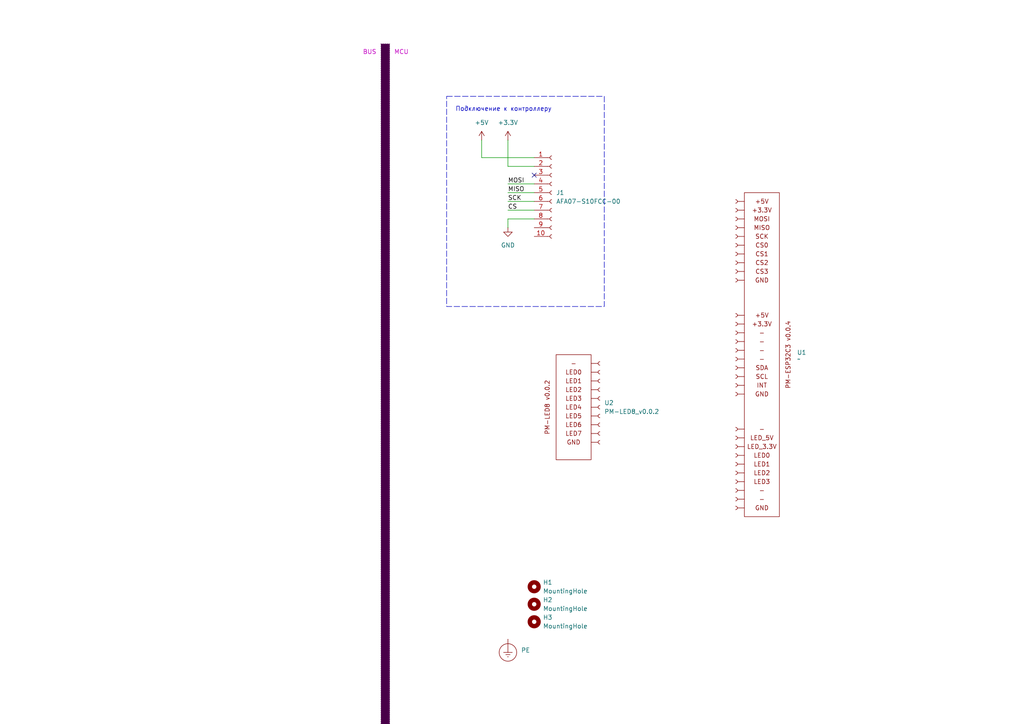
<source format=kicad_sch>
(kicad_sch (version 20250114) (generator "eeschema") (generator_version "9.0")
  (paper "A4")
  (title_block (title "${article} v${version}"))
  (lib_symbols
    (symbol "Mechanical:MountingHole" (pin_names (offset 1.016)) (exclude_from_sim yes) (in_bom no)
      (property "Reference" "H" (at 0 5.08 0))
      (property "Value" "MountingHole" (at 0 3.175 0))
      (symbol "MountingHole_0_1"
        (circle (center 0 0) (radius 1.27) (stroke (width 1.27)))
      )
    )
    (symbol "kicad_inventree_lib:AFA07-S10FCC-00" (pin_names (offset 1.016) (hide yes))
      (property "Reference" "J" (at 0 12.7 0))
      (property "Value" "AFA07-S10FCC-00" (at 0 -15.24 0))
      (symbol "AFA07-S10FCC-00_1_1"
        (polyline (pts (xy -1.27 10.16) (xy -0.508 10.16)) (stroke (width 0.1524)))
        (polyline (pts (xy -1.27 7.62) (xy -0.508 7.62)) (stroke (width 0.1524)))
        (polyline (pts (xy -1.27 5.08) (xy -0.508 5.08)) (stroke (width 0.1524)))
        (polyline (pts (xy -1.27 2.54) (xy -0.508 2.54)) (stroke (width 0.1524)))
        (polyline (pts (xy -1.27 0) (xy -0.508 0)) (stroke (width 0.1524)))
        (polyline (pts (xy -1.27 -2.54) (xy -0.508 -2.54)) (stroke (width 0.1524)))
        (polyline (pts (xy -1.27 -5.08) (xy -0.508 -5.08)) (stroke (width 0.1524)))
        (polyline (pts (xy -1.27 -7.62) (xy -0.508 -7.62)) (stroke (width 0.1524)))
        (polyline (pts (xy -1.27 -10.16) (xy -0.508 -10.16)) (stroke (width 0.1524)))
        (polyline (pts (xy -1.27 -12.7) (xy -0.508 -12.7)) (stroke (width 0.1524)))
        (arc (start 0 9.652) (mid -0.5058 10.16) (end 0 10.668) (stroke (width 0.1524)))
        (arc (start 0 7.112) (mid -0.5058 7.62) (end 0 8.128) (stroke (width 0.1524)))
        (arc (start 0 4.572) (mid -0.5058 5.08) (end 0 5.588) (stroke (width 0.1524)))
        (arc (start 0 2.032) (mid -0.5058 2.54) (end 0 3.048) (stroke (width 0.1524)))
        (arc (start 0 -0.508) (mid -0.5058 0) (end 0 0.508) (stroke (width 0.1524)))
        (arc (start 0 -3.048) (mid -0.5058 -2.54) (end 0 -2.032) (stroke (width 0.1524)))
        (arc (start 0 -5.588) (mid -0.5058 -5.08) (end 0 -4.572) (stroke (width 0.1524)))
        (arc (start 0 -8.128) (mid -0.5058 -7.62) (end 0 -7.112) (stroke (width 0.1524)))
        (arc (start 0 -10.668) (mid -0.5058 -10.16) (end 0 -9.652) (stroke (width 0.1524)))
        (arc (start 0 -13.208) (mid -0.5058 -12.7) (end 0 -12.192) (stroke (width 0.1524)))
        (pin passive line (at -5.08 10.16 0) (length 3.81) (name "Pin_1") (number "1"))
        (pin passive line (at -5.08 7.62 0) (length 3.81) (name "Pin_2") (number "2"))
        (pin passive line (at -5.08 5.08 0) (length 3.81) (name "Pin_3") (number "3"))
        (pin passive line (at -5.08 2.54 0) (length 3.81) (name "Pin_4") (number "4"))
        (pin passive line (at -5.08 0 0) (length 3.81) (name "Pin_5") (number "5"))
        (pin passive line (at -5.08 -2.54 0) (length 3.81) (name "Pin_6") (number "6"))
        (pin passive line (at -5.08 -5.08 0) (length 3.81) (name "Pin_7") (number "7"))
        (pin passive line (at -5.08 -7.62 0) (length 3.81) (name "Pin_8") (number "8"))
        (pin passive line (at -5.08 -10.16 0) (length 3.81) (name "Pin_9") (number "9"))
        (pin passive line (at -5.08 -12.7 0) (length 3.81) (name "Pin_10") (number "10"))
      )
    )
    (symbol "kicad_inventree_lib:PE" (pin_numbers (hide yes)) (pin_names (offset 0) (hide yes)) (in_bom no)
      (property "Value" "PE" (at 0 -7.62 0))
      (symbol "PE_0_1"
        (polyline (pts (xy -0.635 -4.445) (xy 0.635 -4.445)))
        (polyline (pts (xy -0.127 -5.08) (xy 0.127 -5.08)))
        (polyline (pts (xy 0 -3.81) (xy 0 0)))
        (circle (center 0 -3.81) (radius 2.54))
        (polyline (pts (xy 1.27 -3.81) (xy -1.27 -3.81)))
      )
      (symbol "PE_1_1"
        (pin power_in line (at 0 0 270) (length 0) (name "~") (number "1"))
      )
    )
    (symbol "kicad_inventree_lib:PM-ESP32C3_v0.0.5" (in_bom no)
      (property "Reference" "U" (at 10.16 -49.53 0))
      (symbol "PM-ESP32C3_v0.0.5_0_1"
        (rectangle (start -5.08 -2.54) (end 5.08 -96.52))
      )
      (symbol "PM-ESP32C3_v0.0.5_1_1"
        (arc (start -7.6178 -4.572) (mid -7.112 -5.08) (end -7.6178 -5.588) (stroke (width 0.1524)))
        (arc (start -7.6178 -7.112) (mid -7.112 -7.62) (end -7.6178 -8.128) (stroke (width 0.1524)))
        (arc (start -7.6178 -9.652) (mid -7.112 -10.16) (end -7.6178 -10.668) (stroke (width 0.1524)))
        (arc (start -7.6178 -12.192) (mid -7.112 -12.7) (end -7.6178 -13.208) (stroke (width 0.1524)))
        (arc (start -7.6178 -14.732) (mid -7.112 -15.24) (end -7.6178 -15.748) (stroke (width 0.1524)))
        (arc (start -7.6178 -17.272) (mid -7.112 -17.78) (end -7.6178 -18.288) (stroke (width 0.1524)))
        (arc (start -7.6178 -19.812) (mid -7.112 -20.32) (end -7.6178 -20.828) (stroke (width 0.1524)))
        (arc (start -7.6178 -22.352) (mid -7.112 -22.86) (end -7.6178 -23.368) (stroke (width 0.1524)))
        (arc (start -7.6178 -24.892) (mid -7.112 -25.4) (end -7.6178 -25.908) (stroke (width 0.1524)))
        (arc (start -7.6178 -27.432) (mid -7.112 -27.94) (end -7.6178 -28.448) (stroke (width 0.1524)))
        (arc (start -7.6178 -37.592) (mid -7.112 -38.1) (end -7.6178 -38.608) (stroke (width 0.1524)))
        (arc (start -7.6178 -40.132) (mid -7.112 -40.64) (end -7.6178 -41.148) (stroke (width 0.1524)))
        (arc (start -7.6178 -42.672) (mid -7.112 -43.18) (end -7.6178 -43.688) (stroke (width 0.1524)))
        (arc (start -7.6178 -45.212) (mid -7.112 -45.72) (end -7.6178 -46.228) (stroke (width 0.1524)))
        (arc (start -7.6178 -47.752) (mid -7.112 -48.26) (end -7.6178 -48.768) (stroke (width 0.1524)))
        (arc (start -7.6178 -50.292) (mid -7.112 -50.8) (end -7.6178 -51.308) (stroke (width 0.1524)))
        (arc (start -7.6178 -52.832) (mid -7.112 -53.34) (end -7.6178 -53.848) (stroke (width 0.1524)))
        (arc (start -7.6178 -55.372) (mid -7.112 -55.88) (end -7.6178 -56.388) (stroke (width 0.1524)))
        (arc (start -7.6178 -57.912) (mid -7.112 -58.42) (end -7.6178 -58.928) (stroke (width 0.1524)))
        (arc (start -7.6178 -60.452) (mid -7.112 -60.96) (end -7.6178 -61.468) (stroke (width 0.1524)))
        (arc (start -7.6178 -70.612) (mid -7.112 -71.12) (end -7.6178 -71.628) (stroke (width 0.1524)))
        (arc (start -7.6178 -73.152) (mid -7.112 -73.66) (end -7.6178 -74.168) (stroke (width 0.1524)))
        (arc (start -7.6178 -75.692) (mid -7.112 -76.2) (end -7.6178 -76.708) (stroke (width 0.1524)))
        (arc (start -7.6178 -78.232) (mid -7.112 -78.74) (end -7.6178 -79.248) (stroke (width 0.1524)))
        (arc (start -7.6178 -80.772) (mid -7.112 -81.28) (end -7.6178 -81.788) (stroke (width 0.1524)))
        (arc (start -7.6178 -83.312) (mid -7.112 -83.82) (end -7.6178 -84.328) (stroke (width 0.1524)))
        (arc (start -7.6178 -85.852) (mid -7.112 -86.36) (end -7.6178 -86.868) (stroke (width 0.1524)))
        (arc (start -7.6178 -88.392) (mid -7.112 -88.9) (end -7.6178 -89.408) (stroke (width 0.1524)))
        (arc (start -7.6178 -90.932) (mid -7.112 -91.44) (end -7.6178 -91.948) (stroke (width 0.1524)))
        (arc (start -7.6178 -93.472) (mid -7.112 -93.98) (end -7.6178 -94.488) (stroke (width 0.1524)))
        (polyline (pts (xy -5.08 -5.08) (xy -7.1098 -5.08)) (stroke (width 0.1524)))
        (polyline (pts (xy -5.08 -7.62) (xy -7.1098 -7.62)) (stroke (width 0.1524)))
        (polyline (pts (xy -5.08 -10.16) (xy -7.1098 -10.16)) (stroke (width 0.1524)))
        (polyline (pts (xy -5.08 -12.7) (xy -7.1098 -12.7)) (stroke (width 0.1524)))
        (polyline (pts (xy -5.08 -15.24) (xy -7.1098 -15.24)) (stroke (width 0.1524)))
        (polyline (pts (xy -5.08 -17.78) (xy -7.1098 -17.78)) (stroke (width 0.1524)))
        (polyline (pts (xy -5.08 -20.32) (xy -7.1098 -20.32)) (stroke (width 0.1524)))
        (polyline (pts (xy -5.08 -22.86) (xy -7.1098 -22.86)) (stroke (width 0.1524)))
        (polyline (pts (xy -5.08 -25.4) (xy -7.1098 -25.4)) (stroke (width 0.1524)))
        (polyline (pts (xy -5.08 -27.94) (xy -7.1098 -27.94)) (stroke (width 0.1524)))
        (polyline (pts (xy -5.08 -38.1) (xy -7.1098 -38.1)) (stroke (width 0.1524)))
        (polyline (pts (xy -5.08 -40.64) (xy -7.1098 -40.64)) (stroke (width 0.1524)))
        (polyline (pts (xy -5.08 -43.18) (xy -7.1098 -43.18)) (stroke (width 0.1524)))
        (polyline (pts (xy -5.08 -45.72) (xy -7.1098 -45.72)) (stroke (width 0.1524)))
        (polyline (pts (xy -5.08 -48.26) (xy -7.1098 -48.26)) (stroke (width 0.1524)))
        (polyline (pts (xy -5.08 -50.8) (xy -7.1098 -50.8)) (stroke (width 0.1524)))
        (polyline (pts (xy -5.08 -53.34) (xy -7.1098 -53.34)) (stroke (width 0.1524)))
        (polyline (pts (xy -5.08 -55.88) (xy -7.1098 -55.88)) (stroke (width 0.1524)))
        (polyline (pts (xy -5.08 -58.42) (xy -7.1098 -58.42)) (stroke (width 0.1524)))
        (polyline (pts (xy -5.08 -60.96) (xy -7.1098 -60.96)) (stroke (width 0.1524)))
        (polyline (pts (xy -5.08 -71.12) (xy -7.1098 -71.12)) (stroke (width 0.1524)))
        (polyline (pts (xy -5.08 -73.66) (xy -7.1098 -73.66)) (stroke (width 0.1524)))
        (polyline (pts (xy -5.08 -76.2) (xy -7.1098 -76.2)) (stroke (width 0.1524)))
        (polyline (pts (xy -5.08 -78.74) (xy -7.1098 -78.74)) (stroke (width 0.1524)))
        (polyline (pts (xy -5.08 -81.28) (xy -7.1098 -81.28)) (stroke (width 0.1524)))
        (polyline (pts (xy -5.08 -83.82) (xy -7.1098 -83.82)) (stroke (width 0.1524)))
        (polyline (pts (xy -5.08 -86.36) (xy -7.1098 -86.36)) (stroke (width 0.1524)))
        (polyline (pts (xy -5.08 -88.9) (xy -7.1098 -88.9)) (stroke (width 0.1524)))
        (polyline (pts (xy -5.08 -91.44) (xy -7.1098 -91.44)) (stroke (width 0.1524)))
        (polyline (pts (xy -5.08 -93.98) (xy -7.1098 -93.98)) (stroke (width 0.1524)))
        (text "+5V" (at 0 -5.08 0) (effects (font (size 1.27 1.27))))
        (text "+3.3V" (at 0 -7.62 0) (effects (font (size 1.27 1.27))))
        (text "MOSI" (at 0 -10.16 0) (effects (font (size 1.27 1.27))))
        (text "MISO" (at 0 -12.7 0) (effects (font (size 1.27 1.27))))
        (text "SCK" (at 0 -15.24 0) (effects (font (size 1.27 1.27))))
        (text "CS0" (at 0 -17.78 0) (effects (font (size 1.27 1.27))))
        (text "CS1" (at 0 -20.32 0) (effects (font (size 1.27 1.27))))
        (text "CS2" (at 0 -22.86 0) (effects (font (size 1.27 1.27))))
        (text "CS3" (at 0 -25.4 0) (effects (font (size 1.27 1.27))))
        (text "GND" (at 0 -27.94 0) (effects (font (size 1.27 1.27))))
        (text "+5V" (at 0 -38.1 0) (effects (font (size 1.27 1.27))))
        (text "+3.3V" (at 0 -40.64 0) (effects (font (size 1.27 1.27))))
        (text "-" (at 0 -43.18 0) (effects (font (size 1.27 1.27))))
        (text "-" (at 0 -45.72 0) (effects (font (size 1.27 1.27))))
        (text "-" (at 0 -48.26 0) (effects (font (size 1.27 1.27))))
        (text "-" (at 0 -50.8 0) (effects (font (size 1.27 1.27))))
        (text "SDA" (at 0 -53.34 0) (effects (font (size 1.27 1.27))))
        (text "SCL" (at 0 -55.88 0) (effects (font (size 1.27 1.27))))
        (text "INT" (at 0 -58.42 0) (effects (font (size 1.27 1.27))))
        (text "GND" (at 0 -60.96 0) (effects (font (size 1.27 1.27))))
        (text "-" (at 0 -71.12 0) (effects (font (size 1.27 1.27))))
        (text "LED_5V" (at 0 -73.66 0) (effects (font (size 1.27 1.27))))
        (text "LED_3.3V" (at 0 -76.2 0) (effects (font (size 1.27 1.27))))
        (text "LED0" (at 0 -78.74 0) (effects (font (size 1.27 1.27))))
        (text "LED1" (at 0 -81.28 0) (effects (font (size 1.27 1.27))))
        (text "LED2" (at 0 -83.82 0) (effects (font (size 1.27 1.27))))
        (text "LED3" (at 0 -86.36 0) (effects (font (size 1.27 1.27))))
        (text "-" (at 0 -88.9 0) (effects (font (size 1.27 1.27))))
        (text "-" (at 0 -91.44 0) (effects (font (size 1.27 1.27))))
        (text "GND" (at 0 -93.98 0) (effects (font (size 1.27 1.27))))
        (text "PM-ESP32C3 v0.0.4" (at 7.62 -49.53 900) (effects (font (size 1.27 1.27))))
      )
    )
    (symbol "kicad_inventree_lib:PM-LED8_v0.0.2"
      (property "Reference" "U" (at 0 2.54 0))
      (property "Value" "PM-LED8_v0.0.2" (at 0 0 0))
      (symbol "PM-LED8_v0.0.2_0_1"
        (rectangle (start -5.08 -2.54) (end 5.08 -33.02))
      )
      (symbol "PM-LED8_v0.0.2_1_1"
        (polyline (pts (xy 5.08 -5.08) (xy 7.1098 -5.08)) (stroke (width 0.1524)))
        (polyline (pts (xy 5.08 -7.62) (xy 7.1098 -7.62)) (stroke (width 0.1524)))
        (polyline (pts (xy 5.08 -10.16) (xy 7.1098 -10.16)) (stroke (width 0.1524)))
        (polyline (pts (xy 5.08 -12.7) (xy 7.1098 -12.7)) (stroke (width 0.1524)))
        (polyline (pts (xy 5.08 -15.24) (xy 7.1098 -15.24)) (stroke (width 0.1524)))
        (polyline (pts (xy 5.08 -17.78) (xy 7.1098 -17.78)) (stroke (width 0.1524)))
        (polyline (pts (xy 5.08 -20.32) (xy 7.1098 -20.32)) (stroke (width 0.1524)))
        (polyline (pts (xy 5.08 -22.86) (xy 7.1098 -22.86)) (stroke (width 0.1524)))
        (polyline (pts (xy 5.08 -25.4) (xy 7.1098 -25.4)) (stroke (width 0.1524)))
        (polyline (pts (xy 5.08 -27.94) (xy 7.1098 -27.94)) (stroke (width 0.1524)))
        (arc (start 7.6178 -5.588) (mid 7.112 -5.08) (end 7.6178 -4.572) (stroke (width 0.1524)))
        (arc (start 7.6178 -8.128) (mid 7.112 -7.62) (end 7.6178 -7.112) (stroke (width 0.1524)))
        (arc (start 7.6178 -10.668) (mid 7.112 -10.16) (end 7.6178 -9.652) (stroke (width 0.1524)))
        (arc (start 7.6178 -13.208) (mid 7.112 -12.7) (end 7.6178 -12.192) (stroke (width 0.1524)))
        (arc (start 7.6178 -15.748) (mid 7.112 -15.24) (end 7.6178 -14.732) (stroke (width 0.1524)))
        (arc (start 7.6178 -18.288) (mid 7.112 -17.78) (end 7.6178 -17.272) (stroke (width 0.1524)))
        (arc (start 7.6178 -20.828) (mid 7.112 -20.32) (end 7.6178 -19.812) (stroke (width 0.1524)))
        (arc (start 7.6178 -23.368) (mid 7.112 -22.86) (end 7.6178 -22.352) (stroke (width 0.1524)))
        (arc (start 7.6178 -25.908) (mid 7.112 -25.4) (end 7.6178 -24.892) (stroke (width 0.1524)))
        (arc (start 7.6178 -28.448) (mid 7.112 -27.94) (end 7.6178 -27.432) (stroke (width 0.1524)))
        (text "PM-LED8 v0.0.2" (at -7.62 -17.78 900) (effects (font (size 1.27 1.27))))
        (text "-" (at 0 -5.08 0) (effects (font (size 1.27 1.27))))
        (text "LED0" (at 0 -7.62 0) (effects (font (size 1.27 1.27))))
        (text "LED1" (at 0 -10.16 0) (effects (font (size 1.27 1.27))))
        (text "LED2" (at 0 -12.7 0) (effects (font (size 1.27 1.27))))
        (text "LED3" (at 0 -15.24 0) (effects (font (size 1.27 1.27))))
        (text "LED4" (at 0 -17.78 0) (effects (font (size 1.27 1.27))))
        (text "LED5" (at 0 -20.32 0) (effects (font (size 1.27 1.27))))
        (text "LED6" (at 0 -22.86 0) (effects (font (size 1.27 1.27))))
        (text "LED7" (at 0 -25.4 0) (effects (font (size 1.27 1.27))))
        (text "GND" (at 0 -27.94 0) (effects (font (size 1.27 1.27))))
      )
    )
    (symbol "power:+3.3V" (power) (pin_numbers (hide yes)) (pin_names (offset 0) (hide yes))
      (property "Value" "+3.3V" (at 0 3.556 0))
      (symbol "+3.3V_0_1"
        (polyline (pts (xy -0.762 1.27) (xy 0 2.54)))
        (polyline (pts (xy 0 2.54) (xy 0.762 1.27)))
        (polyline (pts (xy 0 0) (xy 0 2.54)))
      )
      (symbol "+3.3V_1_1"
        (pin power_in line (at 0 0 90) (length 0) (name "~") (number "1"))
      )
    )
    (symbol "power:+5V" (power) (pin_numbers (hide yes)) (pin_names (offset 0) (hide yes))
      (property "Value" "+5V" (at 0 3.556 0))
      (symbol "+5V_0_1"
        (polyline (pts (xy -0.762 1.27) (xy 0 2.54)))
        (polyline (pts (xy 0 2.54) (xy 0.762 1.27)))
        (polyline (pts (xy 0 0) (xy 0 2.54)))
      )
      (symbol "+5V_1_1"
        (pin power_in line (at 0 0 90) (length 0) (name "~") (number "1"))
      )
    )
    (symbol "power:GND" (power) (pin_numbers (hide yes)) (pin_names (offset 0) (hide yes))
      (property "Value" "GND" (at 0 -3.81 0))
      (symbol "GND_0_1"
        (polyline (pts (xy 0 0) (xy 0 -1.27) (xy 1.27 -1.27) (xy 0 -2.54) (xy -1.27 -1.27) (xy 0 -1.27)))
      )
      (symbol "GND_1_1"
        (pin power_in line (at 0 0 270) (length 0) (name "~") (number "1"))
      )
    )
  )
  (rectangle (start 110.49 12.7) (end 113.03 284.48) (stroke (width 0) (type dot) (color 72 0 72 1)) (fill (type color) (color 72 0 72 1)))
  (rectangle (start 129.54 27.94) (end 175.26 88.9) (stroke (width 0) (type dash)))
  (text "BUS" (at 109.22 15.24 0) (effects (font (size 1.27 1.27)) (justify right)))
  (text "Подключение к контроллеру" (at 132.08 30.988 0) (effects (font (size 1.27 1.27)) (justify left top)))
  (text "MCU" (at 114.3 15.24 0) (effects (font (size 1.27 1.27)) (justify left)))
  (no_connect (at 154.94 50.8))
  (wire (pts (xy 147.32 53.34) (xy 154.94 53.34)))
  (wire (pts (xy 147.32 60.96) (xy 154.94 60.96)))
  (wire (pts (xy 147.32 66.04) (xy 147.32 63.5)))
  (wire (pts (xy 147.32 40.64) (xy 147.32 48.26)))
  (wire (pts (xy 147.32 63.5) (xy 154.94 63.5)))
  (wire (pts (xy 139.7 45.72) (xy 154.94 45.72)))
  (wire (pts (xy 139.7 40.64) (xy 139.7 45.72)))
  (wire (pts (xy 147.32 55.88) (xy 154.94 55.88)))
  (wire (pts (xy 147.32 48.26) (xy 154.94 48.26)))
  (wire (pts (xy 147.32 58.42) (xy 154.94 58.42)))
  (label "MOSI" (at 147.32 53.34 0))
  (label "MISO" (at 147.32 55.88 0))
  (label "CS" (at 147.32 60.96 0))
  (label "SCK" (at 147.32 58.42 0))
  (symbol (lib_id "Mechanical:MountingHole") (at 154.94 170.18 0) (unit 1) (exclude_from_sim yes) (in_bom no)
    (property "Reference" "H1" (at 157.48 168.9099 0) (effects (justify left)))
    (property "Value" "MountingHole" (at 157.48 171.4499 0) (effects (justify left)))
    (property "Footprint" "MountingHole:MountingHole_3.2mm_M3" (effects (hide yes)))
    (property "Description" "Mounting Hole without connection" (effects (hide yes)))
  )
  (symbol (lib_id "Mechanical:MountingHole") (at 154.94 180.34 0) (unit 1) (exclude_from_sim yes) (in_bom no)
    (property "Reference" "H3" (at 157.48 179.0699 0) (effects (justify left)))
    (property "Value" "MountingHole" (at 157.48 181.6099 0) (effects (justify left)))
    (property "Footprint" "MountingHole:MountingHole_3.2mm_M3" (effects (hide yes)))
    (property "Description" "Mounting Hole without connection" (effects (hide yes)))
  )
  (symbol (lib_id "power:+3.3V") (at 147.32 40.64 0) (unit 1)
    (property "Reference" "#PWR02" (effects (hide yes)))
    (property "Value" "+3.3V" (at 147.32 35.56 0))
    (property "Description" "Power symbol creates a global label with name \"+3.3V\"" (effects (hide yes)))
  )
  (symbol (lib_id "kicad_inventree_lib:PM-ESP32C3_v0.0.5") (at 220.98 53.34 0) (unit 1) (in_bom no)
    (property "Reference" "U1" (at 231.14 102.2349 0) (effects (justify left)))
    (property "Value" "~" (at 231.14 104.14 0) (effects (justify left)))
    (property "Footprint" "kicad_inventree_lib:PM-ESP32C3_v0.0.5" (effects (hide yes)))
    (property "part_ipn" "PM-ESP32C3_v0.0.4" (effects (hide yes)))
  )
  (symbol (lib_id "power:+5V") (at 139.7 40.64 0) (unit 1)
    (property "Reference" "#PWR01" (effects (hide yes)))
    (property "Value" "+5V" (at 139.7 35.56 0))
    (property "Description" "Power symbol creates a global label with name \"+5V\"" (effects (hide yes)))
  )
  (symbol (lib_id "kicad_inventree_lib:PM-LED8_v0.0.2") (at 166.37 100.33 0) (unit 1)
    (property "Reference" "U2" (at 175.26 116.8399 0) (effects (justify left)))
    (property "Value" "PM-LED8_v0.0.2" (at 175.26 119.3799 0) (effects (justify left)))
    (property "Footprint" "kicad_inventree_lib:PM-LED_v0.0.2" (effects (hide yes)))
    (property "part_ipn" "PM-LED8_v0.0.1" (effects (hide yes)))
  )
  (symbol (lib_id "kicad_inventree_lib:AFA07-S10FCC-00") (at 160.02 55.88 0) (unit 1)
    (property "Reference" "J1" (at 161.29 55.8799 0) (effects (justify left)))
    (property "Value" "AFA07-S10FCC-00" (at 161.29 58.4199 0) (effects (justify left)))
    (property "Footprint" "kicad_inventree_lib:CONN10_AFA07-S10_JUS" (effects (hide yes)))
    (property "Datasheet" "http://inventree.network/part/170/" (effects (hide yes)))
    (property "Description" "Generic connector, single row, 01x10, script generated" (effects (hide yes)))
    (property "part_ipn" "AFA07-S10FCC-00" (effects (hide yes)))
  )
  (symbol (lib_id "Mechanical:MountingHole") (at 154.94 175.26 0) (unit 1) (exclude_from_sim yes) (in_bom no)
    (property "Reference" "H2" (at 157.48 173.9899 0) (effects (justify left)))
    (property "Value" "MountingHole" (at 157.48 176.5299 0) (effects (justify left)))
    (property "Footprint" "MountingHole:MountingHole_3.2mm_M3" (effects (hide yes)))
    (property "Description" "Mounting Hole without connection" (effects (hide yes)))
  )
  (symbol (lib_id "kicad_inventree_lib:PE") (at 147.32 185.42 0) (unit 1) (in_bom no)
    (property "Reference" "PE1" (effects (hide yes)))
    (property "Value" "PE" (at 151.13 188.5949 0) (effects (justify left)))
    (property "Footprint" "kicad_inventree_lib:PE" (effects (hide yes)))
    (property "Description" "Power symbol creates a global label with name \"Earth_Protective\"" (effects (hide yes)))
  )
  (symbol (lib_id "power:GND") (at 147.32 66.04 0) (unit 1)
    (property "Reference" "#PWR03" (effects (hide yes)))
    (property "Value" "GND" (at 147.32 71.12 0))
    (property "Description" "Power symbol creates a global label with name \"GND\" , ground" (effects (hide yes)))
  )
)
</source>
